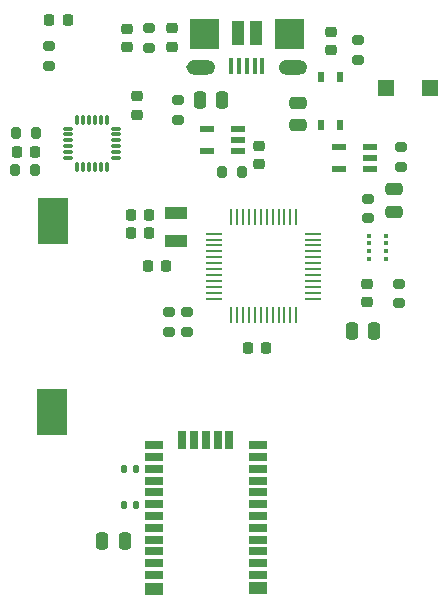
<source format=gbr>
%TF.GenerationSoftware,KiCad,Pcbnew,(6.0.11)*%
%TF.CreationDate,2023-10-02T04:50:25-05:00*%
%TF.ProjectId,dropkick,64726f70-6b69-4636-9b2e-6b696361645f,rev?*%
%TF.SameCoordinates,Original*%
%TF.FileFunction,Paste,Top*%
%TF.FilePolarity,Positive*%
%FSLAX46Y46*%
G04 Gerber Fmt 4.6, Leading zero omitted, Abs format (unit mm)*
G04 Created by KiCad (PCBNEW (6.0.11)) date 2023-10-02 04:50:25*
%MOMM*%
%LPD*%
G01*
G04 APERTURE LIST*
G04 Aperture macros list*
%AMRoundRect*
0 Rectangle with rounded corners*
0 $1 Rounding radius*
0 $2 $3 $4 $5 $6 $7 $8 $9 X,Y pos of 4 corners*
0 Add a 4 corners polygon primitive as box body*
4,1,4,$2,$3,$4,$5,$6,$7,$8,$9,$2,$3,0*
0 Add four circle primitives for the rounded corners*
1,1,$1+$1,$2,$3*
1,1,$1+$1,$4,$5*
1,1,$1+$1,$6,$7*
1,1,$1+$1,$8,$9*
0 Add four rect primitives between the rounded corners*
20,1,$1+$1,$2,$3,$4,$5,0*
20,1,$1+$1,$4,$5,$6,$7,0*
20,1,$1+$1,$6,$7,$8,$9,0*
20,1,$1+$1,$8,$9,$2,$3,0*%
G04 Aperture macros list end*
%ADD10C,0.180000*%
%ADD11RoundRect,0.225000X0.225000X0.250000X-0.225000X0.250000X-0.225000X-0.250000X0.225000X-0.250000X0*%
%ADD12RoundRect,0.218750X0.256250X-0.218750X0.256250X0.218750X-0.256250X0.218750X-0.256250X-0.218750X0*%
%ADD13RoundRect,0.200000X-0.275000X0.200000X-0.275000X-0.200000X0.275000X-0.200000X0.275000X0.200000X0*%
%ADD14R,0.508000X0.889000*%
%ADD15RoundRect,0.250000X-0.250000X-0.475000X0.250000X-0.475000X0.250000X0.475000X-0.250000X0.475000X0*%
%ADD16RoundRect,0.135000X-0.135000X-0.185000X0.135000X-0.185000X0.135000X0.185000X-0.135000X0.185000X0*%
%ADD17RoundRect,0.225000X0.250000X-0.225000X0.250000X0.225000X-0.250000X0.225000X-0.250000X-0.225000X0*%
%ADD18RoundRect,0.218750X-0.256250X0.218750X-0.256250X-0.218750X0.256250X-0.218750X0.256250X0.218750X0*%
%ADD19RoundRect,0.200000X0.275000X-0.200000X0.275000X0.200000X-0.275000X0.200000X-0.275000X-0.200000X0*%
%ADD20RoundRect,0.200000X-0.200000X-0.275000X0.200000X-0.275000X0.200000X0.275000X-0.200000X0.275000X0*%
%ADD21RoundRect,0.250000X0.475000X-0.250000X0.475000X0.250000X-0.475000X0.250000X-0.475000X-0.250000X0*%
%ADD22R,1.500000X0.700000*%
%ADD23R,1.500000X1.000000*%
%ADD24R,0.700000X1.500000*%
%ADD25RoundRect,0.225000X-0.225000X-0.250000X0.225000X-0.250000X0.225000X0.250000X-0.225000X0.250000X0*%
%ADD26R,1.900000X1.100000*%
%ADD27R,1.200000X0.550000*%
%ADD28R,1.000000X2.000000*%
%ADD29R,0.400000X1.350000*%
%ADD30RoundRect,0.250000X0.250000X0.475000X-0.250000X0.475000X-0.250000X-0.475000X0.250000X-0.475000X0*%
%ADD31RoundRect,0.218750X0.218750X0.256250X-0.218750X0.256250X-0.218750X-0.256250X0.218750X-0.256250X0*%
%ADD32R,1.400000X1.400000*%
%ADD33R,2.600000X4.000000*%
%ADD34RoundRect,0.070000X0.070000X-0.330000X0.070000X0.330000X-0.070000X0.330000X-0.070000X-0.330000X0*%
%ADD35RoundRect,0.070000X-0.330000X-0.070000X0.330000X-0.070000X0.330000X0.070000X-0.330000X0.070000X0*%
%ADD36RoundRect,0.070000X-0.070000X0.330000X-0.070000X-0.330000X0.070000X-0.330000X0.070000X0.330000X0*%
%ADD37RoundRect,0.070000X0.330000X0.070000X-0.330000X0.070000X-0.330000X-0.070000X0.330000X-0.070000X0*%
%ADD38RoundRect,0.200000X0.200000X0.275000X-0.200000X0.275000X-0.200000X-0.275000X0.200000X-0.275000X0*%
%ADD39R,1.346200X0.279400*%
%ADD40R,0.279400X1.346200*%
%ADD41R,0.350000X0.350000*%
G04 APERTURE END LIST*
%TO.C,X1*%
G36*
X94936535Y-49171879D02*
G01*
X95076788Y-49270123D01*
X95184089Y-49398046D01*
X95254624Y-49549383D01*
X95284831Y-49720875D01*
X95186834Y-50031882D01*
X95076788Y-50163077D01*
X94940033Y-50258871D01*
X94783147Y-50316005D01*
X94622378Y-50330100D01*
X93516822Y-50330100D01*
X93356053Y-50316005D01*
X93199167Y-50258871D01*
X93062412Y-50163077D01*
X92955111Y-50035154D01*
X92884576Y-49883817D01*
X92855122Y-49716600D01*
X92884576Y-49549383D01*
X92955111Y-49398046D01*
X93062412Y-49270123D01*
X93199167Y-49174329D01*
X93356053Y-49117195D01*
X93516822Y-49103100D01*
X94626560Y-49103100D01*
X94936535Y-49171879D01*
G37*
G36*
X87136535Y-49171879D02*
G01*
X87276788Y-49270123D01*
X87384089Y-49398046D01*
X87454624Y-49549383D01*
X87484831Y-49720875D01*
X87386834Y-50031882D01*
X87276788Y-50163077D01*
X87140033Y-50258871D01*
X86983147Y-50316005D01*
X86822378Y-50330100D01*
X85716822Y-50330100D01*
X85556053Y-50316005D01*
X85399167Y-50258871D01*
X85262412Y-50163077D01*
X85155111Y-50035154D01*
X85084576Y-49883817D01*
X85055122Y-49716600D01*
X85084576Y-49549383D01*
X85155111Y-49398046D01*
X85262412Y-49270123D01*
X85399167Y-49174329D01*
X85556053Y-49117195D01*
X85716822Y-49103100D01*
X86826560Y-49103100D01*
X87136535Y-49171879D01*
G37*
G36*
X95019600Y-48166600D02*
G01*
X92519600Y-48166600D01*
X92519600Y-45666600D01*
X95019600Y-45666600D01*
X95019600Y-48166600D01*
G37*
G36*
X87819600Y-48166600D02*
G01*
X85319600Y-48166600D01*
X85319600Y-45666600D01*
X87819600Y-45666600D01*
X87819600Y-48166600D01*
G37*
%TO.C,U5*%
D10*
X102015000Y-63975001D02*
G75*
G03*
X102015000Y-63975001I-90000J0D01*
G01*
X100565000Y-65275001D02*
G75*
G03*
X100565000Y-65275001I-90000J0D01*
G01*
X100565000Y-64624999D02*
G75*
G03*
X100565000Y-64624999I-90000J0D01*
G01*
X102015000Y-65924999D02*
G75*
G03*
X102015000Y-65924999I-90000J0D01*
G01*
X100565000Y-65924999D02*
G75*
G03*
X100565000Y-65924999I-90000J0D01*
G01*
X102015000Y-64624999D02*
G75*
G03*
X102015000Y-64624999I-90000J0D01*
G01*
X100565000Y-63975001D02*
G75*
G03*
X100565000Y-63975001I-90000J0D01*
G01*
X102015000Y-65275001D02*
G75*
G03*
X102015000Y-65275001I-90000J0D01*
G01*
%TD*%
D11*
%TO.C,C12*%
X72228000Y-56850000D03*
X70678000Y-56850000D03*
%TD*%
D12*
%TO.C,CHG1*%
X83820000Y-47997500D03*
X83820000Y-46422500D03*
%TD*%
D13*
%TO.C,R3*%
X85110300Y-70459000D03*
X85110300Y-72109000D03*
%TD*%
D14*
%TO.C,SW2*%
X96481999Y-54627998D03*
X98082001Y-54627998D03*
X98082001Y-50528002D03*
X96481999Y-50528002D03*
%TD*%
D15*
%TO.C,C2*%
X99050000Y-72050000D03*
X100950000Y-72050000D03*
%TD*%
D16*
%TO.C,R7*%
X79754000Y-86741000D03*
X80774000Y-86741000D03*
%TD*%
D11*
%TO.C,C7*%
X81881300Y-62198000D03*
X80331300Y-62198000D03*
%TD*%
D13*
%TO.C,R13*%
X100450000Y-60825000D03*
X100450000Y-62475000D03*
%TD*%
D17*
%TO.C,C10*%
X91186000Y-57925000D03*
X91186000Y-56375000D03*
%TD*%
D11*
%TO.C,C8*%
X81881300Y-63722000D03*
X80331300Y-63722000D03*
%TD*%
D18*
%TO.C,L2*%
X97282000Y-46710500D03*
X97282000Y-48285500D03*
%TD*%
D19*
%TO.C,R14*%
X103010000Y-69695000D03*
X103010000Y-68045000D03*
%TD*%
D20*
%TO.C,R5*%
X88075000Y-58547000D03*
X89725000Y-58547000D03*
%TD*%
D21*
%TO.C,C4*%
X102600000Y-61950000D03*
X102600000Y-60050000D03*
%TD*%
D22*
%TO.C,U3*%
X82300000Y-81700000D03*
X82300000Y-82700000D03*
X82300000Y-83700000D03*
X82300000Y-84700001D03*
X82300000Y-85700000D03*
X82300000Y-86700000D03*
X82300000Y-87700000D03*
X82300000Y-88700001D03*
X82300000Y-89700001D03*
X82300000Y-90699999D03*
X82300000Y-91700000D03*
X82300000Y-92700000D03*
D23*
X82300000Y-93850000D03*
X91100000Y-93800000D03*
D22*
X91100000Y-92700000D03*
X91100000Y-91700000D03*
X91100000Y-90699999D03*
X91100000Y-89700001D03*
X91100000Y-88700001D03*
X91100000Y-87700000D03*
X91100000Y-86699999D03*
X91100000Y-85699999D03*
X91100000Y-84700000D03*
X91100000Y-83700000D03*
X91100000Y-82700000D03*
X91100000Y-81700000D03*
D24*
X88700000Y-81300000D03*
X87700000Y-81300000D03*
X86700000Y-81300000D03*
X85700000Y-81300000D03*
X84699999Y-81300000D03*
%TD*%
D19*
%TO.C,R10*%
X99568000Y-49085000D03*
X99568000Y-47435000D03*
%TD*%
D25*
%TO.C,C5*%
X90275000Y-73450000D03*
X91825000Y-73450000D03*
%TD*%
D19*
%TO.C,R1*%
X83586300Y-72109000D03*
X83586300Y-70459000D03*
%TD*%
D26*
%TO.C,X4*%
X84154300Y-62014000D03*
X84154300Y-64414000D03*
%TD*%
D19*
%TO.C,R12*%
X73450000Y-49575000D03*
X73450000Y-47925000D03*
%TD*%
D27*
%TO.C,U1*%
X100614100Y-58350000D03*
X100614100Y-57400000D03*
X100614100Y-56450000D03*
X98013900Y-56450000D03*
X98013900Y-58350000D03*
%TD*%
D21*
%TO.C,C3*%
X94488000Y-54605000D03*
X94488000Y-52705000D03*
%TD*%
D28*
%TO.C,X1*%
X90919600Y-46816600D03*
X89419600Y-46816600D03*
D29*
X90169600Y-49591600D03*
X90819600Y-49591600D03*
X88869600Y-49591600D03*
X89519600Y-49591600D03*
X91469600Y-49591600D03*
%TD*%
D17*
%TO.C,C13*%
X80899000Y-53734000D03*
X80899000Y-52184000D03*
%TD*%
D30*
%TO.C,C9*%
X88072000Y-52451000D03*
X86172000Y-52451000D03*
%TD*%
D31*
%TO.C,L3*%
X74987500Y-45700000D03*
X73412500Y-45700000D03*
%TD*%
D19*
%TO.C,R4*%
X84300000Y-54175000D03*
X84300000Y-52525000D03*
%TD*%
D11*
%TO.C,C1*%
X83329300Y-66564000D03*
X81779300Y-66564000D03*
%TD*%
D32*
%TO.C,D1*%
X105650000Y-51500000D03*
X101950000Y-51500000D03*
%TD*%
D19*
%TO.C,R11*%
X81915000Y-48069000D03*
X81915000Y-46419000D03*
%TD*%
D30*
%TO.C,C6*%
X79817000Y-89789000D03*
X77917000Y-89789000D03*
%TD*%
D33*
%TO.C,B1*%
X73730000Y-62730000D03*
X73700000Y-78910000D03*
%TD*%
D34*
%TO.C,U6*%
X78300000Y-54150000D03*
X77800000Y-54150000D03*
X77300000Y-54150000D03*
X76800000Y-54150000D03*
X76300000Y-54150000D03*
X75800000Y-54150000D03*
D35*
X75050000Y-54900000D03*
X75050000Y-55400000D03*
X75050000Y-55900000D03*
X75050000Y-56400000D03*
X75050000Y-56900000D03*
X75050000Y-57400000D03*
D36*
X75800000Y-58150000D03*
X76300000Y-58150000D03*
X76800000Y-58150000D03*
X77300000Y-58150000D03*
X77800000Y-58150000D03*
X78300000Y-58150000D03*
D37*
X79050000Y-57400000D03*
X79050000Y-56900000D03*
X79050000Y-56400000D03*
X79050000Y-55900000D03*
X79050000Y-55400000D03*
X79050000Y-54900000D03*
%TD*%
D38*
%TO.C,R15*%
X72278000Y-55274000D03*
X70628000Y-55274000D03*
%TD*%
D39*
%TO.C,U4*%
X87421700Y-63800000D03*
X87421700Y-64299999D03*
X87421700Y-64800001D03*
X87421700Y-65300000D03*
X87421700Y-65799999D03*
X87421700Y-66300000D03*
X87421700Y-66800000D03*
X87421700Y-67300001D03*
X87421700Y-67800000D03*
X87421700Y-68299999D03*
X87421700Y-68800001D03*
X87421700Y-69300000D03*
D40*
X88850000Y-70728300D03*
X89349999Y-70728300D03*
X89850001Y-70728300D03*
X90350000Y-70728300D03*
X90849999Y-70728300D03*
X91350000Y-70728300D03*
X91850000Y-70728300D03*
X92350001Y-70728300D03*
X92850000Y-70728300D03*
X93349999Y-70728300D03*
X93850001Y-70728300D03*
X94350000Y-70728300D03*
D39*
X95778300Y-69300000D03*
X95778300Y-68800001D03*
X95778300Y-68299999D03*
X95778300Y-67800000D03*
X95778300Y-67300001D03*
X95778300Y-66800000D03*
X95778300Y-66300000D03*
X95778300Y-65799999D03*
X95778300Y-65300000D03*
X95778300Y-64800001D03*
X95778300Y-64299999D03*
X95778300Y-63800000D03*
D40*
X94350000Y-62371700D03*
X93850001Y-62371700D03*
X93349999Y-62371700D03*
X92850000Y-62371700D03*
X92350001Y-62371700D03*
X91850000Y-62371700D03*
X91350000Y-62371700D03*
X90849999Y-62371700D03*
X90350000Y-62371700D03*
X89850001Y-62371700D03*
X89349999Y-62371700D03*
X88850000Y-62371700D03*
%TD*%
D12*
%TO.C,L1*%
X80010000Y-48031500D03*
X80010000Y-46456500D03*
%TD*%
D19*
%TO.C,R2*%
X103200000Y-58125000D03*
X103200000Y-56475000D03*
%TD*%
D16*
%TO.C,R6*%
X79754000Y-83693000D03*
X80774000Y-83693000D03*
%TD*%
D38*
%TO.C,SJ1*%
X72225000Y-58450000D03*
X70575000Y-58450000D03*
%TD*%
D27*
%TO.C,U2*%
X89408000Y-56830000D03*
X89408000Y-55880000D03*
X89408000Y-54930000D03*
X86807800Y-54930000D03*
X86807800Y-56830000D03*
%TD*%
D41*
%TO.C,U5*%
X100475000Y-65924999D03*
X100475000Y-65275001D03*
X100475000Y-64624999D03*
X100475000Y-63975001D03*
X101925000Y-63975001D03*
X101925000Y-64624999D03*
X101925000Y-65275001D03*
X101925000Y-65924999D03*
%TD*%
D17*
%TO.C,C11*%
X100350000Y-69575000D03*
X100350000Y-68025000D03*
%TD*%
M02*

</source>
